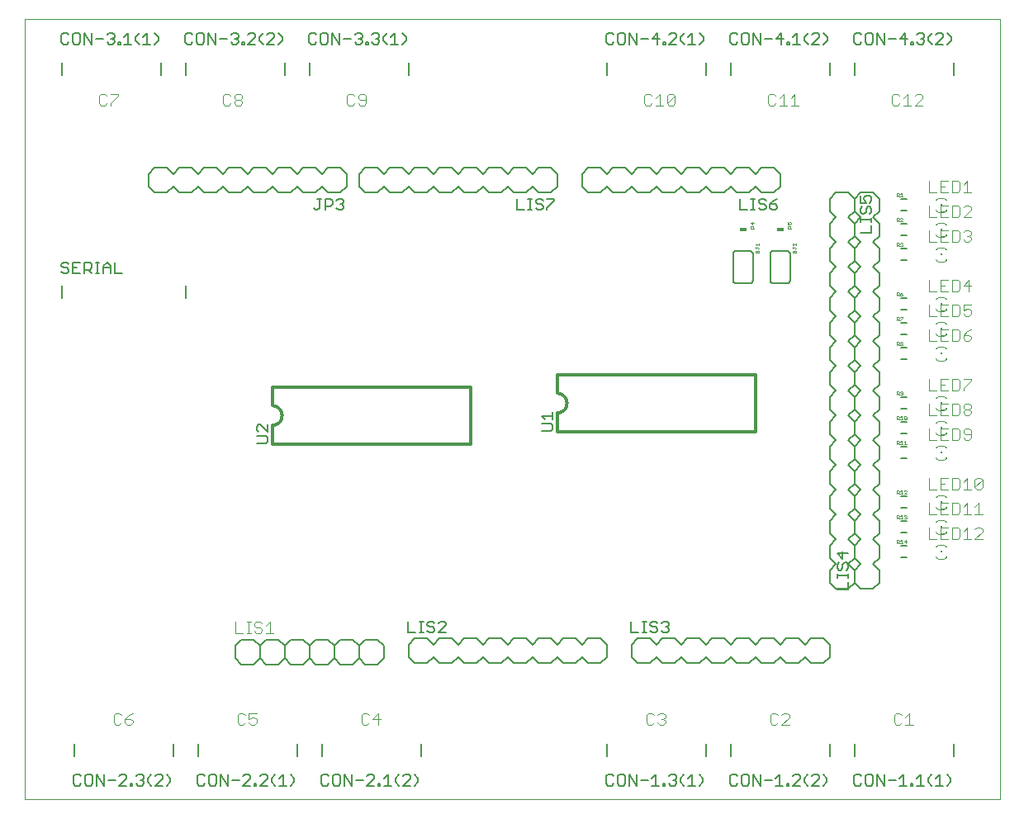
<source format=gto>
G75*
G70*
%OFA0B0*%
%FSLAX24Y24*%
%IPPOS*%
%LPD*%
%AMOC8*
5,1,8,0,0,1.08239X$1,22.5*
%
%ADD10C,0.0000*%
%ADD11C,0.0080*%
%ADD12C,0.0050*%
%ADD13C,0.0040*%
%ADD14C,0.0120*%
%ADD15C,0.0060*%
%ADD16C,0.0010*%
%ADD17R,0.0079X0.0079*%
%ADD18R,0.0059X0.0098*%
%ADD19R,0.0300X0.0180*%
%ADD20C,0.0020*%
D10*
X000180Y000180D02*
X000180Y031676D01*
X039550Y031676D01*
X039550Y000180D01*
X000180Y000180D01*
D11*
X002180Y001930D02*
X002180Y002430D01*
X006180Y002430D02*
X006180Y001930D01*
X007180Y001930D02*
X007180Y002430D01*
X008930Y005630D02*
X008680Y005880D01*
X008680Y006380D01*
X008930Y006630D01*
X009430Y006630D01*
X009680Y006380D01*
X009680Y005880D01*
X009430Y005630D01*
X008930Y005630D01*
X009680Y005880D02*
X009930Y005630D01*
X010430Y005630D01*
X010680Y005880D01*
X010680Y006380D01*
X010930Y006630D01*
X011430Y006630D01*
X011680Y006380D01*
X011680Y005880D01*
X011430Y005630D01*
X010930Y005630D01*
X010680Y005880D01*
X010680Y006380D02*
X010430Y006630D01*
X009930Y006630D01*
X009680Y006380D01*
X011680Y006380D02*
X011930Y006630D01*
X012430Y006630D01*
X012680Y006380D01*
X012680Y005880D01*
X012430Y005630D01*
X011930Y005630D01*
X011680Y005880D01*
X012680Y005880D02*
X012930Y005630D01*
X013430Y005630D01*
X013680Y005880D01*
X013680Y006380D01*
X013930Y006630D01*
X014430Y006630D01*
X014680Y006380D01*
X014680Y005880D01*
X014430Y005630D01*
X013930Y005630D01*
X013680Y005880D01*
X013680Y006380D02*
X013430Y006630D01*
X012930Y006630D01*
X012680Y006380D01*
X015680Y006430D02*
X015680Y005930D01*
X015930Y005680D01*
X016430Y005680D01*
X016680Y005930D01*
X016930Y005680D01*
X017430Y005680D01*
X017680Y005930D01*
X017930Y005680D01*
X018430Y005680D01*
X018680Y005930D01*
X018930Y005680D01*
X019430Y005680D01*
X019680Y005930D01*
X019930Y005680D01*
X020430Y005680D01*
X020680Y005930D01*
X020930Y005680D01*
X021430Y005680D01*
X021680Y005930D01*
X021930Y005680D01*
X022430Y005680D01*
X022680Y005930D01*
X022930Y005680D01*
X023430Y005680D01*
X023680Y005930D01*
X023680Y006430D01*
X023430Y006680D01*
X022930Y006680D01*
X022680Y006430D01*
X022430Y006680D01*
X021930Y006680D01*
X021680Y006430D01*
X021430Y006680D01*
X020930Y006680D01*
X020680Y006430D01*
X020430Y006680D01*
X019930Y006680D01*
X019680Y006430D01*
X019430Y006680D01*
X018930Y006680D01*
X018680Y006430D01*
X018430Y006680D01*
X017930Y006680D01*
X017680Y006430D01*
X017430Y006680D01*
X016930Y006680D01*
X016680Y006430D01*
X016430Y006680D01*
X015930Y006680D01*
X015680Y006430D01*
X016180Y002430D02*
X016180Y001930D01*
X012180Y001930D02*
X012180Y002430D01*
X011180Y002430D02*
X011180Y001930D01*
X023680Y001930D02*
X023680Y002430D01*
X024930Y005680D02*
X025430Y005680D01*
X025680Y005930D01*
X025930Y005680D01*
X026430Y005680D01*
X026680Y005930D01*
X026930Y005680D01*
X027430Y005680D01*
X027680Y005930D01*
X027930Y005680D01*
X028430Y005680D01*
X028680Y005930D01*
X028930Y005680D01*
X029430Y005680D01*
X029680Y005930D01*
X029930Y005680D01*
X030430Y005680D01*
X030680Y005930D01*
X030930Y005680D01*
X031430Y005680D01*
X031680Y005930D01*
X031930Y005680D01*
X032430Y005680D01*
X032680Y005930D01*
X032680Y006430D01*
X032430Y006680D01*
X031930Y006680D01*
X031680Y006430D01*
X031430Y006680D01*
X030930Y006680D01*
X030680Y006430D01*
X030430Y006680D01*
X029930Y006680D01*
X029680Y006430D01*
X029430Y006680D01*
X028930Y006680D01*
X028680Y006430D01*
X028430Y006680D01*
X027930Y006680D01*
X027680Y006430D01*
X027430Y006680D01*
X026930Y006680D01*
X026680Y006430D01*
X026430Y006680D01*
X025930Y006680D01*
X025680Y006430D01*
X025430Y006680D01*
X024930Y006680D01*
X024680Y006430D01*
X024680Y005930D01*
X024930Y005680D01*
X027680Y002430D02*
X027680Y001930D01*
X028680Y001930D02*
X028680Y002430D01*
X032680Y002430D02*
X032680Y001930D01*
X033680Y001930D02*
X033680Y002430D01*
X037680Y002430D02*
X037680Y001930D01*
X034430Y008680D02*
X033930Y008680D01*
X033680Y008930D01*
X033430Y008680D01*
X032930Y008680D01*
X032680Y008930D01*
X032680Y009430D01*
X032930Y009680D01*
X032680Y009930D01*
X032680Y010430D01*
X032930Y010680D01*
X032680Y010930D01*
X032680Y011430D01*
X032930Y011680D01*
X032680Y011930D01*
X032680Y012430D01*
X032930Y012680D01*
X032680Y012930D01*
X032680Y013430D01*
X032930Y013680D01*
X032680Y013930D01*
X032680Y014430D01*
X032930Y014680D01*
X032680Y014930D01*
X032680Y015430D01*
X032930Y015680D01*
X032680Y015930D01*
X032680Y016430D01*
X032930Y016680D01*
X032680Y016930D01*
X032680Y017430D01*
X032930Y017680D01*
X032680Y017930D01*
X032680Y018430D01*
X032930Y018680D01*
X032680Y018930D01*
X032680Y019430D01*
X032930Y019680D01*
X032680Y019930D01*
X032680Y020430D01*
X032930Y020680D01*
X032680Y020930D01*
X032680Y021430D01*
X032930Y021680D01*
X032680Y021930D01*
X032680Y022430D01*
X032930Y022680D01*
X032680Y022930D01*
X032680Y023430D01*
X032930Y023680D01*
X032680Y023930D01*
X032680Y024430D01*
X032930Y024680D01*
X033430Y024680D01*
X033680Y024430D01*
X033680Y023930D01*
X033430Y023680D01*
X033680Y023430D01*
X033680Y022930D01*
X033430Y022680D01*
X033680Y022430D01*
X033680Y021930D01*
X033430Y021680D01*
X033680Y021430D01*
X033680Y020930D01*
X033430Y020680D01*
X033680Y020430D01*
X033680Y019930D01*
X033430Y019680D01*
X033680Y019430D01*
X033680Y018930D01*
X033430Y018680D01*
X033680Y018430D01*
X033680Y017930D01*
X033430Y017680D01*
X033680Y017430D01*
X033680Y016930D01*
X033430Y016680D01*
X033680Y016430D01*
X033680Y015930D01*
X033430Y015680D01*
X033680Y015430D01*
X033680Y014930D01*
X033430Y014680D01*
X033680Y014430D01*
X033680Y013930D01*
X033430Y013680D01*
X033680Y013430D01*
X033680Y012930D01*
X033430Y012680D01*
X033680Y012430D01*
X033680Y011930D01*
X033430Y011680D01*
X033680Y011430D01*
X033680Y010930D01*
X033430Y010680D01*
X033680Y010430D01*
X033680Y009930D01*
X033430Y009680D01*
X033680Y009430D01*
X033680Y008930D01*
X033680Y009430D01*
X033930Y009680D01*
X033680Y009930D01*
X033680Y010430D01*
X033930Y010680D01*
X033680Y010930D01*
X033680Y011430D01*
X033930Y011680D01*
X033680Y011930D01*
X033680Y012430D01*
X033930Y012680D01*
X033680Y012930D01*
X033680Y013430D01*
X033930Y013680D01*
X033680Y013930D01*
X033680Y014430D01*
X033930Y014680D01*
X033680Y014930D01*
X033680Y015430D01*
X033930Y015680D01*
X033680Y015930D01*
X033680Y016430D01*
X033930Y016680D01*
X033680Y016930D01*
X033680Y017430D01*
X033930Y017680D01*
X033680Y017930D01*
X033680Y018430D01*
X033930Y018680D01*
X033680Y018930D01*
X033680Y019430D01*
X033930Y019680D01*
X033680Y019930D01*
X033680Y020430D01*
X033930Y020680D01*
X033680Y020930D01*
X033680Y021430D01*
X033930Y021680D01*
X033680Y021930D01*
X033680Y022430D01*
X033930Y022680D01*
X033680Y022930D01*
X033680Y023430D01*
X033930Y023680D01*
X033680Y023930D01*
X033680Y024430D01*
X033930Y024680D01*
X034430Y024680D01*
X034680Y024430D01*
X034680Y023930D01*
X034430Y023680D01*
X034680Y023430D01*
X034680Y022930D01*
X034430Y022680D01*
X034680Y022430D01*
X034680Y021930D01*
X034430Y021680D01*
X034680Y021430D01*
X034680Y020930D01*
X034430Y020680D01*
X034680Y020430D01*
X034680Y019930D01*
X034430Y019680D01*
X034680Y019430D01*
X034680Y018930D01*
X034430Y018680D01*
X034680Y018430D01*
X034680Y017930D01*
X034430Y017680D01*
X034680Y017430D01*
X034680Y016930D01*
X034430Y016680D01*
X034680Y016430D01*
X034680Y015930D01*
X034430Y015680D01*
X034680Y015430D01*
X034680Y014930D01*
X034430Y014680D01*
X034680Y014430D01*
X034680Y013930D01*
X034430Y013680D01*
X034680Y013430D01*
X034680Y012930D01*
X034430Y012680D01*
X034680Y012430D01*
X034680Y011930D01*
X034430Y011680D01*
X034680Y011430D01*
X034680Y010930D01*
X034430Y010680D01*
X034680Y010430D01*
X034680Y009930D01*
X034430Y009680D01*
X034680Y009430D01*
X034680Y008930D01*
X034430Y008680D01*
X030430Y024680D02*
X029930Y024680D01*
X029680Y024930D01*
X029430Y024680D01*
X028930Y024680D01*
X028680Y024930D01*
X028430Y024680D01*
X027930Y024680D01*
X027680Y024930D01*
X027430Y024680D01*
X026930Y024680D01*
X026680Y024930D01*
X026430Y024680D01*
X025930Y024680D01*
X025680Y024930D01*
X025430Y024680D01*
X024930Y024680D01*
X024680Y024930D01*
X024430Y024680D01*
X023930Y024680D01*
X023680Y024930D01*
X023430Y024680D01*
X022930Y024680D01*
X022680Y024930D01*
X022680Y025430D01*
X022930Y025680D01*
X023430Y025680D01*
X023680Y025430D01*
X023930Y025680D01*
X024430Y025680D01*
X024680Y025430D01*
X024930Y025680D01*
X025430Y025680D01*
X025680Y025430D01*
X025930Y025680D01*
X026430Y025680D01*
X026680Y025430D01*
X026930Y025680D01*
X027430Y025680D01*
X027680Y025430D01*
X027930Y025680D01*
X028430Y025680D01*
X028680Y025430D01*
X028930Y025680D01*
X029430Y025680D01*
X029680Y025430D01*
X029930Y025680D01*
X030430Y025680D01*
X030680Y025430D01*
X030680Y024930D01*
X030430Y024680D01*
X028680Y029430D02*
X028680Y029930D01*
X027680Y029930D02*
X027680Y029430D01*
X023680Y029430D02*
X023680Y029930D01*
X021430Y025680D02*
X020930Y025680D01*
X020680Y025430D01*
X020430Y025680D01*
X019930Y025680D01*
X019680Y025430D01*
X019430Y025680D01*
X018930Y025680D01*
X018680Y025430D01*
X018430Y025680D01*
X017930Y025680D01*
X017680Y025430D01*
X017430Y025680D01*
X016930Y025680D01*
X016680Y025430D01*
X016430Y025680D01*
X015930Y025680D01*
X015680Y025430D01*
X015430Y025680D01*
X014930Y025680D01*
X014680Y025430D01*
X014430Y025680D01*
X013930Y025680D01*
X013680Y025430D01*
X013680Y024930D01*
X013930Y024680D01*
X014430Y024680D01*
X014680Y024930D01*
X014930Y024680D01*
X015430Y024680D01*
X015680Y024930D01*
X015930Y024680D01*
X016430Y024680D01*
X016680Y024930D01*
X016930Y024680D01*
X017430Y024680D01*
X017680Y024930D01*
X017930Y024680D01*
X018430Y024680D01*
X018680Y024930D01*
X018930Y024680D01*
X019430Y024680D01*
X019680Y024930D01*
X019930Y024680D01*
X020430Y024680D01*
X020680Y024930D01*
X020930Y024680D01*
X021430Y024680D01*
X021680Y024930D01*
X021680Y025430D01*
X021430Y025680D01*
X015680Y029430D02*
X015680Y029930D01*
X011680Y029930D02*
X011680Y029430D01*
X010680Y029430D02*
X010680Y029930D01*
X006680Y029930D02*
X006680Y029430D01*
X005680Y029430D02*
X005680Y029930D01*
X001680Y029930D02*
X001680Y029430D01*
X005430Y025680D02*
X005930Y025680D01*
X006180Y025430D01*
X006430Y025680D01*
X006930Y025680D01*
X007180Y025430D01*
X007430Y025680D01*
X007930Y025680D01*
X008180Y025430D01*
X008430Y025680D01*
X008930Y025680D01*
X009180Y025430D01*
X009430Y025680D01*
X009930Y025680D01*
X010180Y025430D01*
X010430Y025680D01*
X010930Y025680D01*
X011180Y025430D01*
X011430Y025680D01*
X011930Y025680D01*
X012180Y025430D01*
X012430Y025680D01*
X012930Y025680D01*
X013180Y025430D01*
X013180Y024930D01*
X012930Y024680D01*
X012430Y024680D01*
X012180Y024930D01*
X011930Y024680D01*
X011430Y024680D01*
X011180Y024930D01*
X010930Y024680D01*
X010430Y024680D01*
X010180Y024930D01*
X009930Y024680D01*
X009430Y024680D01*
X009180Y024930D01*
X008930Y024680D01*
X008430Y024680D01*
X008180Y024930D01*
X007930Y024680D01*
X007430Y024680D01*
X007180Y024930D01*
X006930Y024680D01*
X006430Y024680D01*
X006180Y024930D01*
X005930Y024680D01*
X005430Y024680D01*
X005180Y024930D01*
X005180Y025430D01*
X005430Y025680D01*
X006680Y020930D02*
X006680Y020430D01*
X001680Y020430D02*
X001680Y020930D01*
X032680Y029430D02*
X032680Y029930D01*
X033680Y029930D02*
X033680Y029430D01*
X037680Y029430D02*
X037680Y029930D01*
D12*
X037435Y030675D02*
X037585Y030825D01*
X037585Y030975D01*
X037435Y031125D01*
X037275Y031050D02*
X037200Y031125D01*
X037050Y031125D01*
X036974Y031050D01*
X036818Y031125D02*
X036668Y030975D01*
X036668Y030825D01*
X036818Y030675D01*
X036974Y030675D02*
X037275Y030975D01*
X037275Y031050D01*
X037275Y030675D02*
X036974Y030675D01*
X036507Y030750D02*
X036432Y030675D01*
X036282Y030675D01*
X036207Y030750D01*
X036052Y030750D02*
X036052Y030675D01*
X035977Y030675D01*
X035977Y030750D01*
X036052Y030750D01*
X035817Y030900D02*
X035517Y030900D01*
X035742Y031125D01*
X035742Y030675D01*
X035356Y030900D02*
X035056Y030900D01*
X034896Y030675D02*
X034896Y031125D01*
X034596Y031125D02*
X034596Y030675D01*
X034436Y030750D02*
X034436Y031050D01*
X034361Y031125D01*
X034210Y031125D01*
X034135Y031050D01*
X034135Y030750D01*
X034210Y030675D01*
X034361Y030675D01*
X034436Y030750D01*
X034596Y031125D02*
X034896Y030675D01*
X033975Y030750D02*
X033900Y030675D01*
X033750Y030675D01*
X033675Y030750D01*
X033675Y031050D01*
X033750Y031125D01*
X033900Y031125D01*
X033975Y031050D01*
X032585Y030975D02*
X032585Y030825D01*
X032435Y030675D01*
X032275Y030675D02*
X031974Y030675D01*
X032275Y030975D01*
X032275Y031050D01*
X032200Y031125D01*
X032050Y031125D01*
X031974Y031050D01*
X031818Y031125D02*
X031668Y030975D01*
X031668Y030825D01*
X031818Y030675D01*
X031507Y030675D02*
X031207Y030675D01*
X031357Y030675D02*
X031357Y031125D01*
X031207Y030975D01*
X031052Y030750D02*
X031052Y030675D01*
X030977Y030675D01*
X030977Y030750D01*
X031052Y030750D01*
X030817Y030900D02*
X030517Y030900D01*
X030742Y031125D01*
X030742Y030675D01*
X030356Y030900D02*
X030056Y030900D01*
X029896Y030675D02*
X029896Y031125D01*
X029596Y031125D02*
X029596Y030675D01*
X029436Y030750D02*
X029436Y031050D01*
X029361Y031125D01*
X029210Y031125D01*
X029135Y031050D01*
X029135Y030750D01*
X029210Y030675D01*
X029361Y030675D01*
X029436Y030750D01*
X029596Y031125D02*
X029896Y030675D01*
X028975Y030750D02*
X028900Y030675D01*
X028750Y030675D01*
X028675Y030750D01*
X028675Y031050D01*
X028750Y031125D01*
X028900Y031125D01*
X028975Y031050D01*
X027585Y030975D02*
X027585Y030825D01*
X027435Y030675D01*
X027275Y030675D02*
X026974Y030675D01*
X027125Y030675D02*
X027125Y031125D01*
X026974Y030975D01*
X026818Y031125D02*
X026668Y030975D01*
X026668Y030825D01*
X026818Y030675D01*
X026507Y030675D02*
X026207Y030675D01*
X026507Y030975D01*
X026507Y031050D01*
X026432Y031125D01*
X026282Y031125D01*
X026207Y031050D01*
X026052Y030750D02*
X026052Y030675D01*
X025977Y030675D01*
X025977Y030750D01*
X026052Y030750D01*
X025817Y030900D02*
X025517Y030900D01*
X025742Y031125D01*
X025742Y030675D01*
X025356Y030900D02*
X025056Y030900D01*
X024896Y030675D02*
X024896Y031125D01*
X024596Y031125D02*
X024596Y030675D01*
X024436Y030750D02*
X024436Y031050D01*
X024361Y031125D01*
X024210Y031125D01*
X024135Y031050D01*
X024135Y030750D01*
X024210Y030675D01*
X024361Y030675D01*
X024436Y030750D01*
X024596Y031125D02*
X024896Y030675D01*
X023975Y030750D02*
X023900Y030675D01*
X023750Y030675D01*
X023675Y030750D01*
X023675Y031050D01*
X023750Y031125D01*
X023900Y031125D01*
X023975Y031050D01*
X027435Y031125D02*
X027585Y030975D01*
X032435Y031125D02*
X032585Y030975D01*
X036207Y031050D02*
X036282Y031125D01*
X036432Y031125D01*
X036507Y031050D01*
X036507Y030975D01*
X036432Y030900D01*
X036507Y030825D01*
X036507Y030750D01*
X036432Y030900D02*
X036357Y030900D01*
X034300Y024575D02*
X034150Y024575D01*
X034075Y024500D01*
X034075Y024425D01*
X034150Y024275D01*
X033925Y024275D01*
X033925Y024575D01*
X034300Y024575D02*
X034375Y024500D01*
X034375Y024350D01*
X034300Y024275D01*
X034300Y024114D02*
X034225Y024114D01*
X034150Y024039D01*
X034150Y023889D01*
X034075Y023814D01*
X034000Y023814D01*
X033925Y023889D01*
X033925Y024039D01*
X034000Y024114D01*
X034300Y024114D02*
X034375Y024039D01*
X034375Y023889D01*
X034300Y023814D01*
X034375Y023657D02*
X034375Y023507D01*
X034375Y023582D02*
X033925Y023582D01*
X033925Y023507D02*
X033925Y023657D01*
X034375Y023347D02*
X034375Y023047D01*
X033925Y023047D01*
X030575Y024060D02*
X030575Y024135D01*
X030500Y024210D01*
X030275Y024210D01*
X030275Y024060D01*
X030350Y023985D01*
X030500Y023985D01*
X030575Y024060D01*
X030425Y024360D02*
X030275Y024210D01*
X030114Y024135D02*
X030114Y024060D01*
X030039Y023985D01*
X029889Y023985D01*
X029814Y024060D01*
X029889Y024210D02*
X030039Y024210D01*
X030114Y024135D01*
X030114Y024360D02*
X030039Y024435D01*
X029889Y024435D01*
X029814Y024360D01*
X029814Y024285D01*
X029889Y024210D01*
X029657Y023985D02*
X029507Y023985D01*
X029582Y023985D02*
X029582Y024435D01*
X029507Y024435D02*
X029657Y024435D01*
X029347Y023985D02*
X029047Y023985D01*
X029047Y024435D01*
X030425Y024360D02*
X030575Y024435D01*
X021575Y024435D02*
X021575Y024360D01*
X021275Y024060D01*
X021275Y023985D01*
X021114Y024060D02*
X021039Y023985D01*
X020889Y023985D01*
X020814Y024060D01*
X020889Y024210D02*
X021039Y024210D01*
X021114Y024135D01*
X021114Y024060D01*
X020889Y024210D02*
X020814Y024285D01*
X020814Y024360D01*
X020889Y024435D01*
X021039Y024435D01*
X021114Y024360D01*
X021275Y024435D02*
X021575Y024435D01*
X020657Y024435D02*
X020507Y024435D01*
X020582Y024435D02*
X020582Y023985D01*
X020507Y023985D02*
X020657Y023985D01*
X020347Y023985D02*
X020047Y023985D01*
X020047Y024435D01*
X013075Y024360D02*
X013075Y024285D01*
X013000Y024210D01*
X013075Y024135D01*
X013075Y024060D01*
X013000Y023985D01*
X012850Y023985D01*
X012775Y024060D01*
X012925Y024210D02*
X013000Y024210D01*
X013075Y024360D02*
X013000Y024435D01*
X012850Y024435D01*
X012775Y024360D01*
X012614Y024360D02*
X012614Y024210D01*
X012539Y024135D01*
X012314Y024135D01*
X012314Y023985D02*
X012314Y024435D01*
X012539Y024435D01*
X012614Y024360D01*
X012154Y024435D02*
X012004Y024435D01*
X012079Y024435D02*
X012079Y024060D01*
X012004Y023985D01*
X011929Y023985D01*
X011854Y024060D01*
X004124Y021425D02*
X003823Y021425D01*
X003823Y021875D01*
X003663Y021725D02*
X003663Y021425D01*
X003663Y021650D02*
X003363Y021650D01*
X003363Y021725D02*
X003363Y021425D01*
X003206Y021425D02*
X003056Y021425D01*
X003131Y021425D02*
X003131Y021875D01*
X003056Y021875D02*
X003206Y021875D01*
X003363Y021725D02*
X003513Y021875D01*
X003663Y021725D01*
X002896Y021650D02*
X002821Y021575D01*
X002596Y021575D01*
X002746Y021575D02*
X002896Y021425D01*
X002896Y021650D02*
X002896Y021800D01*
X002821Y021875D01*
X002596Y021875D01*
X002596Y021425D01*
X002436Y021425D02*
X002135Y021425D01*
X002135Y021875D01*
X002436Y021875D01*
X002286Y021650D02*
X002135Y021650D01*
X001975Y021575D02*
X001975Y021500D01*
X001900Y021425D01*
X001750Y021425D01*
X001675Y021500D01*
X001750Y021650D02*
X001900Y021650D01*
X001975Y021575D01*
X001975Y021800D02*
X001900Y021875D01*
X001750Y021875D01*
X001675Y021800D01*
X001675Y021725D01*
X001750Y021650D01*
X009555Y015241D02*
X009555Y015090D01*
X009630Y015015D01*
X009555Y014855D02*
X009930Y014855D01*
X010005Y014780D01*
X010005Y014630D01*
X009930Y014555D01*
X009555Y014555D01*
X010005Y015015D02*
X009705Y015316D01*
X009630Y015316D01*
X009555Y015241D01*
X010005Y015316D02*
X010005Y015015D01*
X015675Y007375D02*
X015675Y006925D01*
X015975Y006925D01*
X016135Y006925D02*
X016286Y006925D01*
X016210Y006925D02*
X016210Y007375D01*
X016135Y007375D02*
X016286Y007375D01*
X016442Y007300D02*
X016442Y007225D01*
X016517Y007150D01*
X016668Y007150D01*
X016743Y007075D01*
X016743Y007000D01*
X016668Y006925D01*
X016517Y006925D01*
X016442Y007000D01*
X016442Y007300D02*
X016517Y007375D01*
X016668Y007375D01*
X016743Y007300D01*
X016903Y007300D02*
X016978Y007375D01*
X017128Y007375D01*
X017203Y007300D01*
X017203Y007225D01*
X016903Y006925D01*
X017203Y006925D01*
X015928Y001185D02*
X016078Y001035D01*
X016078Y000885D01*
X015928Y000735D01*
X015768Y000735D02*
X015468Y000735D01*
X015768Y001035D01*
X015768Y001110D01*
X015693Y001185D01*
X015543Y001185D01*
X015468Y001110D01*
X015311Y001185D02*
X015161Y001035D01*
X015161Y000885D01*
X015311Y000735D01*
X015001Y000735D02*
X014700Y000735D01*
X014850Y000735D02*
X014850Y001185D01*
X014700Y001035D01*
X014545Y000810D02*
X014545Y000735D01*
X014470Y000735D01*
X014470Y000810D01*
X014545Y000810D01*
X014310Y000735D02*
X014010Y000735D01*
X014310Y001035D01*
X014310Y001110D01*
X014235Y001185D01*
X014085Y001185D01*
X014010Y001110D01*
X013850Y000960D02*
X013549Y000960D01*
X013389Y000735D02*
X013389Y001185D01*
X013089Y001185D02*
X013089Y000735D01*
X012929Y000810D02*
X012929Y001110D01*
X012854Y001185D01*
X012704Y001185D01*
X012629Y001110D01*
X012629Y000810D01*
X012704Y000735D01*
X012854Y000735D01*
X012929Y000810D01*
X013089Y001185D02*
X013389Y000735D01*
X012468Y000810D02*
X012393Y000735D01*
X012243Y000735D01*
X012168Y000810D01*
X012168Y001110D01*
X012243Y001185D01*
X012393Y001185D01*
X012468Y001110D01*
X011078Y001035D02*
X011078Y000885D01*
X010928Y000735D01*
X010768Y000735D02*
X010468Y000735D01*
X010618Y000735D02*
X010618Y001185D01*
X010468Y001035D01*
X010311Y001185D02*
X010161Y001035D01*
X010161Y000885D01*
X010311Y000735D01*
X010001Y000735D02*
X009700Y000735D01*
X010001Y001035D01*
X010001Y001110D01*
X009926Y001185D01*
X009775Y001185D01*
X009700Y001110D01*
X009545Y000810D02*
X009545Y000735D01*
X009470Y000735D01*
X009470Y000810D01*
X009545Y000810D01*
X009310Y000735D02*
X009010Y000735D01*
X009310Y001035D01*
X009310Y001110D01*
X009235Y001185D01*
X009085Y001185D01*
X009010Y001110D01*
X008850Y000960D02*
X008549Y000960D01*
X008389Y000735D02*
X008389Y001185D01*
X008089Y001185D02*
X008089Y000735D01*
X007929Y000810D02*
X007929Y001110D01*
X007854Y001185D01*
X007704Y001185D01*
X007629Y001110D01*
X007629Y000810D01*
X007704Y000735D01*
X007854Y000735D01*
X007929Y000810D01*
X008089Y001185D02*
X008389Y000735D01*
X007468Y000810D02*
X007393Y000735D01*
X007243Y000735D01*
X007168Y000810D01*
X007168Y001110D01*
X007243Y001185D01*
X007393Y001185D01*
X007468Y001110D01*
X006078Y001035D02*
X006078Y000885D01*
X005928Y000735D01*
X005768Y000735D02*
X005468Y000735D01*
X005768Y001035D01*
X005768Y001110D01*
X005693Y001185D01*
X005543Y001185D01*
X005468Y001110D01*
X005311Y001185D02*
X005161Y001035D01*
X005161Y000885D01*
X005311Y000735D01*
X005001Y000810D02*
X004926Y000735D01*
X004775Y000735D01*
X004700Y000810D01*
X004545Y000810D02*
X004545Y000735D01*
X004470Y000735D01*
X004470Y000810D01*
X004545Y000810D01*
X004310Y000735D02*
X004010Y000735D01*
X004310Y001035D01*
X004310Y001110D01*
X004235Y001185D01*
X004085Y001185D01*
X004010Y001110D01*
X003850Y000960D02*
X003549Y000960D01*
X003389Y000735D02*
X003389Y001185D01*
X003089Y001185D02*
X003089Y000735D01*
X002929Y000810D02*
X002929Y001110D01*
X002854Y001185D01*
X002704Y001185D01*
X002629Y001110D01*
X002629Y000810D01*
X002704Y000735D01*
X002854Y000735D01*
X002929Y000810D01*
X003089Y001185D02*
X003389Y000735D01*
X002468Y000810D02*
X002393Y000735D01*
X002243Y000735D01*
X002168Y000810D01*
X002168Y001110D01*
X002243Y001185D01*
X002393Y001185D01*
X002468Y001110D01*
X004700Y001110D02*
X004775Y001185D01*
X004926Y001185D01*
X005001Y001110D01*
X005001Y001035D01*
X004926Y000960D01*
X005001Y000885D01*
X005001Y000810D01*
X004926Y000960D02*
X004850Y000960D01*
X005928Y001185D02*
X006078Y001035D01*
X010928Y001185D02*
X011078Y001035D01*
X023668Y001110D02*
X023668Y000810D01*
X023743Y000735D01*
X023893Y000735D01*
X023968Y000810D01*
X024129Y000810D02*
X024204Y000735D01*
X024354Y000735D01*
X024429Y000810D01*
X024429Y001110D01*
X024354Y001185D01*
X024204Y001185D01*
X024129Y001110D01*
X024129Y000810D01*
X023968Y001110D02*
X023893Y001185D01*
X023743Y001185D01*
X023668Y001110D01*
X024589Y001185D02*
X024589Y000735D01*
X024889Y000735D02*
X024589Y001185D01*
X024889Y001185D02*
X024889Y000735D01*
X025049Y000960D02*
X025350Y000960D01*
X025510Y001035D02*
X025660Y001185D01*
X025660Y000735D01*
X025510Y000735D02*
X025810Y000735D01*
X025970Y000735D02*
X026045Y000735D01*
X026045Y000810D01*
X025970Y000810D01*
X025970Y000735D01*
X026200Y000810D02*
X026275Y000735D01*
X026426Y000735D01*
X026501Y000810D01*
X026501Y000885D01*
X026426Y000960D01*
X026350Y000960D01*
X026426Y000960D02*
X026501Y001035D01*
X026501Y001110D01*
X026426Y001185D01*
X026275Y001185D01*
X026200Y001110D01*
X026661Y001035D02*
X026661Y000885D01*
X026811Y000735D01*
X026968Y000735D02*
X027268Y000735D01*
X027118Y000735D02*
X027118Y001185D01*
X026968Y001035D01*
X026811Y001185D02*
X026661Y001035D01*
X027428Y001185D02*
X027578Y001035D01*
X027578Y000885D01*
X027428Y000735D01*
X028668Y000810D02*
X028743Y000735D01*
X028893Y000735D01*
X028968Y000810D01*
X029129Y000810D02*
X029129Y001110D01*
X029204Y001185D01*
X029354Y001185D01*
X029429Y001110D01*
X029429Y000810D01*
X029354Y000735D01*
X029204Y000735D01*
X029129Y000810D01*
X028968Y001110D02*
X028893Y001185D01*
X028743Y001185D01*
X028668Y001110D01*
X028668Y000810D01*
X029589Y000735D02*
X029589Y001185D01*
X029889Y000735D01*
X029889Y001185D01*
X030049Y000960D02*
X030350Y000960D01*
X030510Y001035D02*
X030660Y001185D01*
X030660Y000735D01*
X030510Y000735D02*
X030810Y000735D01*
X030970Y000735D02*
X031045Y000735D01*
X031045Y000810D01*
X030970Y000810D01*
X030970Y000735D01*
X031200Y000735D02*
X031501Y001035D01*
X031501Y001110D01*
X031426Y001185D01*
X031275Y001185D01*
X031200Y001110D01*
X031200Y000735D02*
X031501Y000735D01*
X031661Y000885D02*
X031661Y001035D01*
X031811Y001185D01*
X031968Y001110D02*
X032043Y001185D01*
X032193Y001185D01*
X032268Y001110D01*
X032268Y001035D01*
X031968Y000735D01*
X032268Y000735D01*
X032428Y000735D02*
X032578Y000885D01*
X032578Y001035D01*
X032428Y001185D01*
X031811Y000735D02*
X031661Y000885D01*
X033668Y000810D02*
X033743Y000735D01*
X033893Y000735D01*
X033968Y000810D01*
X034129Y000810D02*
X034204Y000735D01*
X034354Y000735D01*
X034429Y000810D01*
X034429Y001110D01*
X034354Y001185D01*
X034204Y001185D01*
X034129Y001110D01*
X034129Y000810D01*
X033968Y001110D02*
X033893Y001185D01*
X033743Y001185D01*
X033668Y001110D01*
X033668Y000810D01*
X034589Y000735D02*
X034589Y001185D01*
X034889Y000735D01*
X034889Y001185D01*
X035049Y000960D02*
X035350Y000960D01*
X035510Y001035D02*
X035660Y001185D01*
X035660Y000735D01*
X035510Y000735D02*
X035810Y000735D01*
X035970Y000735D02*
X036045Y000735D01*
X036045Y000810D01*
X035970Y000810D01*
X035970Y000735D01*
X036200Y000735D02*
X036501Y000735D01*
X036350Y000735D02*
X036350Y001185D01*
X036200Y001035D01*
X036661Y001035D02*
X036661Y000885D01*
X036811Y000735D01*
X036968Y000735D02*
X037268Y000735D01*
X037118Y000735D02*
X037118Y001185D01*
X036968Y001035D01*
X036811Y001185D02*
X036661Y001035D01*
X037428Y001185D02*
X037578Y001035D01*
X037578Y000885D01*
X037428Y000735D01*
X033435Y008675D02*
X032985Y008675D01*
X033435Y008675D02*
X033435Y008975D01*
X033435Y009135D02*
X033435Y009286D01*
X033435Y009210D02*
X032985Y009210D01*
X032985Y009135D02*
X032985Y009286D01*
X033060Y009442D02*
X033135Y009442D01*
X033210Y009517D01*
X033210Y009668D01*
X033285Y009743D01*
X033360Y009743D01*
X033435Y009668D01*
X033435Y009517D01*
X033360Y009442D01*
X033060Y009442D02*
X032985Y009517D01*
X032985Y009668D01*
X033060Y009743D01*
X033210Y009903D02*
X032985Y010128D01*
X033435Y010128D01*
X033210Y010203D02*
X033210Y009903D01*
X026203Y007300D02*
X026203Y007225D01*
X026128Y007150D01*
X026203Y007075D01*
X026203Y007000D01*
X026128Y006925D01*
X025978Y006925D01*
X025903Y007000D01*
X025743Y007000D02*
X025668Y006925D01*
X025517Y006925D01*
X025442Y007000D01*
X025517Y007150D02*
X025442Y007225D01*
X025442Y007300D01*
X025517Y007375D01*
X025668Y007375D01*
X025743Y007300D01*
X025903Y007300D02*
X025978Y007375D01*
X026128Y007375D01*
X026203Y007300D01*
X026128Y007150D02*
X026053Y007150D01*
X025743Y007075D02*
X025743Y007000D01*
X025743Y007075D02*
X025668Y007150D01*
X025517Y007150D01*
X025286Y006925D02*
X025135Y006925D01*
X025210Y006925D02*
X025210Y007375D01*
X025135Y007375D02*
X025286Y007375D01*
X024975Y006925D02*
X024675Y006925D01*
X024675Y007375D01*
X021430Y015055D02*
X021055Y015055D01*
X021055Y015355D02*
X021430Y015355D01*
X021505Y015280D01*
X021505Y015130D01*
X021430Y015055D01*
X021505Y015515D02*
X021505Y015816D01*
X021505Y015666D02*
X021055Y015666D01*
X021205Y015515D01*
X015435Y030675D02*
X015585Y030825D01*
X015585Y030975D01*
X015435Y031125D01*
X015125Y031125D02*
X015125Y030675D01*
X015275Y030675D02*
X014974Y030675D01*
X014818Y030675D02*
X014668Y030825D01*
X014668Y030975D01*
X014818Y031125D01*
X014974Y030975D02*
X015125Y031125D01*
X014507Y031050D02*
X014507Y030975D01*
X014432Y030900D01*
X014507Y030825D01*
X014507Y030750D01*
X014432Y030675D01*
X014282Y030675D01*
X014207Y030750D01*
X014052Y030750D02*
X014052Y030675D01*
X013977Y030675D01*
X013977Y030750D01*
X014052Y030750D01*
X013817Y030750D02*
X013742Y030675D01*
X013592Y030675D01*
X013517Y030750D01*
X013667Y030900D02*
X013742Y030900D01*
X013817Y030825D01*
X013817Y030750D01*
X013742Y030900D02*
X013817Y030975D01*
X013817Y031050D01*
X013742Y031125D01*
X013592Y031125D01*
X013517Y031050D01*
X013356Y030900D02*
X013056Y030900D01*
X012896Y030675D02*
X012896Y031125D01*
X012596Y031125D02*
X012596Y030675D01*
X012436Y030750D02*
X012436Y031050D01*
X012361Y031125D01*
X012210Y031125D01*
X012135Y031050D01*
X012135Y030750D01*
X012210Y030675D01*
X012361Y030675D01*
X012436Y030750D01*
X012596Y031125D02*
X012896Y030675D01*
X011975Y030750D02*
X011900Y030675D01*
X011750Y030675D01*
X011675Y030750D01*
X011675Y031050D01*
X011750Y031125D01*
X011900Y031125D01*
X011975Y031050D01*
X010585Y030975D02*
X010585Y030825D01*
X010435Y030675D01*
X010275Y030675D02*
X009974Y030675D01*
X010275Y030975D01*
X010275Y031050D01*
X010200Y031125D01*
X010050Y031125D01*
X009974Y031050D01*
X009818Y031125D02*
X009668Y030975D01*
X009668Y030825D01*
X009818Y030675D01*
X009507Y030675D02*
X009207Y030675D01*
X009507Y030975D01*
X009507Y031050D01*
X009432Y031125D01*
X009282Y031125D01*
X009207Y031050D01*
X009052Y030750D02*
X009052Y030675D01*
X008977Y030675D01*
X008977Y030750D01*
X009052Y030750D01*
X008817Y030750D02*
X008742Y030675D01*
X008592Y030675D01*
X008517Y030750D01*
X008667Y030900D02*
X008742Y030900D01*
X008817Y030825D01*
X008817Y030750D01*
X008742Y030900D02*
X008817Y030975D01*
X008817Y031050D01*
X008742Y031125D01*
X008592Y031125D01*
X008517Y031050D01*
X008356Y030900D02*
X008056Y030900D01*
X007896Y030675D02*
X007896Y031125D01*
X007596Y031125D02*
X007896Y030675D01*
X007596Y030675D02*
X007596Y031125D01*
X007436Y031050D02*
X007436Y030750D01*
X007361Y030675D01*
X007210Y030675D01*
X007135Y030750D01*
X007135Y031050D01*
X007210Y031125D01*
X007361Y031125D01*
X007436Y031050D01*
X006975Y031050D02*
X006900Y031125D01*
X006750Y031125D01*
X006675Y031050D01*
X006675Y030750D01*
X006750Y030675D01*
X006900Y030675D01*
X006975Y030750D01*
X005585Y030825D02*
X005585Y030975D01*
X005435Y031125D01*
X005125Y031125D02*
X005125Y030675D01*
X005275Y030675D02*
X004974Y030675D01*
X004818Y030675D02*
X004668Y030825D01*
X004668Y030975D01*
X004818Y031125D01*
X004974Y030975D02*
X005125Y031125D01*
X005435Y030675D02*
X005585Y030825D01*
X004507Y030675D02*
X004207Y030675D01*
X004357Y030675D02*
X004357Y031125D01*
X004207Y030975D01*
X004052Y030750D02*
X003977Y030750D01*
X003977Y030675D01*
X004052Y030675D01*
X004052Y030750D01*
X003817Y030750D02*
X003742Y030675D01*
X003592Y030675D01*
X003517Y030750D01*
X003667Y030900D02*
X003742Y030900D01*
X003817Y030825D01*
X003817Y030750D01*
X003742Y030900D02*
X003817Y030975D01*
X003817Y031050D01*
X003742Y031125D01*
X003592Y031125D01*
X003517Y031050D01*
X003356Y030900D02*
X003056Y030900D01*
X002896Y030675D02*
X002896Y031125D01*
X002596Y031125D02*
X002596Y030675D01*
X002436Y030750D02*
X002436Y031050D01*
X002361Y031125D01*
X002210Y031125D01*
X002135Y031050D01*
X002135Y030750D01*
X002210Y030675D01*
X002361Y030675D01*
X002436Y030750D01*
X002596Y031125D02*
X002896Y030675D01*
X001975Y030750D02*
X001900Y030675D01*
X001750Y030675D01*
X001675Y030750D01*
X001675Y031050D01*
X001750Y031125D01*
X001900Y031125D01*
X001975Y031050D01*
X010435Y031125D02*
X010585Y030975D01*
X014207Y031050D02*
X014282Y031125D01*
X014432Y031125D01*
X014507Y031050D01*
X014432Y030900D02*
X014357Y030900D01*
D13*
X013891Y028660D02*
X013737Y028660D01*
X013660Y028584D01*
X013660Y028507D01*
X013737Y028430D01*
X013967Y028430D01*
X013967Y028277D02*
X013967Y028584D01*
X013891Y028660D01*
X013967Y028277D02*
X013891Y028200D01*
X013737Y028200D01*
X013660Y028277D01*
X013507Y028277D02*
X013430Y028200D01*
X013277Y028200D01*
X013200Y028277D01*
X013200Y028584D01*
X013277Y028660D01*
X013430Y028660D01*
X013507Y028584D01*
X008967Y028584D02*
X008967Y028507D01*
X008891Y028430D01*
X008737Y028430D01*
X008660Y028507D01*
X008660Y028584D01*
X008737Y028660D01*
X008891Y028660D01*
X008967Y028584D01*
X008891Y028430D02*
X008967Y028353D01*
X008967Y028277D01*
X008891Y028200D01*
X008737Y028200D01*
X008660Y028277D01*
X008660Y028353D01*
X008737Y028430D01*
X008507Y028277D02*
X008430Y028200D01*
X008277Y028200D01*
X008200Y028277D01*
X008200Y028584D01*
X008277Y028660D01*
X008430Y028660D01*
X008507Y028584D01*
X003967Y028584D02*
X003660Y028277D01*
X003660Y028200D01*
X003507Y028277D02*
X003430Y028200D01*
X003277Y028200D01*
X003200Y028277D01*
X003200Y028584D01*
X003277Y028660D01*
X003430Y028660D01*
X003507Y028584D01*
X003660Y028660D02*
X003967Y028660D01*
X003967Y028584D01*
X025200Y028584D02*
X025200Y028277D01*
X025277Y028200D01*
X025430Y028200D01*
X025507Y028277D01*
X025660Y028200D02*
X025967Y028200D01*
X025814Y028200D02*
X025814Y028660D01*
X025660Y028507D01*
X025507Y028584D02*
X025430Y028660D01*
X025277Y028660D01*
X025200Y028584D01*
X026121Y028584D02*
X026121Y028277D01*
X026428Y028584D01*
X026428Y028277D01*
X026351Y028200D01*
X026198Y028200D01*
X026121Y028277D01*
X026121Y028584D02*
X026198Y028660D01*
X026351Y028660D01*
X026428Y028584D01*
X030200Y028584D02*
X030200Y028277D01*
X030277Y028200D01*
X030430Y028200D01*
X030507Y028277D01*
X030660Y028200D02*
X030967Y028200D01*
X030814Y028200D02*
X030814Y028660D01*
X030660Y028507D01*
X030507Y028584D02*
X030430Y028660D01*
X030277Y028660D01*
X030200Y028584D01*
X031121Y028507D02*
X031274Y028660D01*
X031274Y028200D01*
X031121Y028200D02*
X031428Y028200D01*
X035200Y028277D02*
X035277Y028200D01*
X035430Y028200D01*
X035507Y028277D01*
X035660Y028200D02*
X035967Y028200D01*
X035814Y028200D02*
X035814Y028660D01*
X035660Y028507D01*
X035507Y028584D02*
X035430Y028660D01*
X035277Y028660D01*
X035200Y028584D01*
X035200Y028277D01*
X036121Y028200D02*
X036428Y028507D01*
X036428Y028584D01*
X036351Y028660D01*
X036198Y028660D01*
X036121Y028584D01*
X036121Y028200D02*
X036428Y028200D01*
X036700Y025160D02*
X036700Y024700D01*
X037007Y024700D01*
X037160Y024700D02*
X037160Y025160D01*
X037467Y025160D01*
X037621Y025160D02*
X037621Y024700D01*
X037851Y024700D01*
X037928Y024777D01*
X037928Y025084D01*
X037851Y025160D01*
X037621Y025160D01*
X037314Y024930D02*
X037160Y024930D01*
X037160Y024700D02*
X037467Y024700D01*
X037467Y024160D02*
X037160Y024160D01*
X037160Y023700D01*
X037467Y023700D01*
X037621Y023700D02*
X037621Y024160D01*
X037851Y024160D01*
X037928Y024084D01*
X037928Y023777D01*
X037851Y023700D01*
X037621Y023700D01*
X037314Y023930D02*
X037160Y023930D01*
X036963Y023983D02*
X036986Y023960D01*
X037012Y023940D01*
X037040Y023923D01*
X037069Y023909D01*
X037100Y023898D01*
X037131Y023891D01*
X037164Y023887D01*
X037196Y023887D01*
X037229Y023891D01*
X037260Y023898D01*
X037291Y023909D01*
X037320Y023923D01*
X037348Y023940D01*
X037374Y023960D01*
X037397Y023983D01*
X037397Y024377D02*
X037374Y024400D01*
X037348Y024420D01*
X037320Y024437D01*
X037291Y024451D01*
X037260Y024462D01*
X037229Y024469D01*
X037196Y024473D01*
X037164Y024473D01*
X037131Y024469D01*
X037100Y024462D01*
X037069Y024451D01*
X037040Y024437D01*
X037012Y024420D01*
X036986Y024400D01*
X036963Y024377D01*
X036700Y024160D02*
X036700Y023700D01*
X037007Y023700D01*
X036963Y023377D02*
X036986Y023400D01*
X037012Y023420D01*
X037040Y023437D01*
X037069Y023451D01*
X037100Y023462D01*
X037131Y023469D01*
X037164Y023473D01*
X037196Y023473D01*
X037229Y023469D01*
X037260Y023462D01*
X037291Y023451D01*
X037320Y023437D01*
X037348Y023420D01*
X037374Y023400D01*
X037397Y023377D01*
X037467Y023160D02*
X037160Y023160D01*
X037160Y022700D01*
X037467Y022700D01*
X037621Y022700D02*
X037621Y023160D01*
X037851Y023160D01*
X037928Y023084D01*
X037928Y022777D01*
X037851Y022700D01*
X037621Y022700D01*
X037314Y022930D02*
X037160Y022930D01*
X036963Y022983D02*
X036986Y022960D01*
X037012Y022940D01*
X037040Y022923D01*
X037069Y022909D01*
X037100Y022898D01*
X037131Y022891D01*
X037164Y022887D01*
X037196Y022887D01*
X037229Y022891D01*
X037260Y022898D01*
X037291Y022909D01*
X037320Y022923D01*
X037348Y022940D01*
X037374Y022960D01*
X037397Y022983D01*
X037007Y022700D02*
X036700Y022700D01*
X036700Y023160D01*
X036963Y022377D02*
X036986Y022400D01*
X037012Y022420D01*
X037040Y022437D01*
X037069Y022451D01*
X037100Y022462D01*
X037131Y022469D01*
X037164Y022473D01*
X037196Y022473D01*
X037229Y022469D01*
X037260Y022462D01*
X037291Y022451D01*
X037320Y022437D01*
X037348Y022420D01*
X037374Y022400D01*
X037397Y022377D01*
X037397Y021983D02*
X037374Y021960D01*
X037348Y021940D01*
X037320Y021923D01*
X037291Y021909D01*
X037260Y021898D01*
X037229Y021891D01*
X037196Y021887D01*
X037164Y021887D01*
X037131Y021891D01*
X037100Y021898D01*
X037069Y021909D01*
X037040Y021923D01*
X037012Y021940D01*
X036986Y021960D01*
X036963Y021983D01*
X037160Y021160D02*
X037160Y020700D01*
X037467Y020700D01*
X037621Y020700D02*
X037851Y020700D01*
X037928Y020777D01*
X037928Y021084D01*
X037851Y021160D01*
X037621Y021160D01*
X037621Y020700D01*
X037314Y020930D02*
X037160Y020930D01*
X037160Y021160D02*
X037467Y021160D01*
X036700Y021160D02*
X036700Y020700D01*
X037007Y020700D01*
X036963Y020377D02*
X036986Y020400D01*
X037012Y020420D01*
X037040Y020437D01*
X037069Y020451D01*
X037100Y020462D01*
X037131Y020469D01*
X037164Y020473D01*
X037196Y020473D01*
X037229Y020469D01*
X037260Y020462D01*
X037291Y020451D01*
X037320Y020437D01*
X037348Y020420D01*
X037374Y020400D01*
X037397Y020377D01*
X037467Y020160D02*
X037160Y020160D01*
X037160Y019700D01*
X037467Y019700D01*
X037621Y019700D02*
X037851Y019700D01*
X037928Y019777D01*
X037928Y020084D01*
X037851Y020160D01*
X037621Y020160D01*
X037621Y019700D01*
X037314Y019930D02*
X037160Y019930D01*
X036963Y019983D02*
X036986Y019960D01*
X037012Y019940D01*
X037040Y019923D01*
X037069Y019909D01*
X037100Y019898D01*
X037131Y019891D01*
X037164Y019887D01*
X037196Y019887D01*
X037229Y019891D01*
X037260Y019898D01*
X037291Y019909D01*
X037320Y019923D01*
X037348Y019940D01*
X037374Y019960D01*
X037397Y019983D01*
X037007Y019700D02*
X036700Y019700D01*
X036700Y020160D01*
X036700Y019160D02*
X036700Y018700D01*
X037007Y018700D01*
X037160Y018700D02*
X037467Y018700D01*
X037621Y018700D02*
X037851Y018700D01*
X037928Y018777D01*
X037928Y019084D01*
X037851Y019160D01*
X037621Y019160D01*
X037621Y018700D01*
X037314Y018930D02*
X037160Y018930D01*
X037160Y019160D02*
X037160Y018700D01*
X036963Y018377D02*
X036986Y018400D01*
X037012Y018420D01*
X037040Y018437D01*
X037069Y018451D01*
X037100Y018462D01*
X037131Y018469D01*
X037164Y018473D01*
X037196Y018473D01*
X037229Y018469D01*
X037260Y018462D01*
X037291Y018451D01*
X037320Y018437D01*
X037348Y018420D01*
X037374Y018400D01*
X037397Y018377D01*
X037397Y017983D02*
X037374Y017960D01*
X037348Y017940D01*
X037320Y017923D01*
X037291Y017909D01*
X037260Y017898D01*
X037229Y017891D01*
X037196Y017887D01*
X037164Y017887D01*
X037131Y017891D01*
X037100Y017898D01*
X037069Y017909D01*
X037040Y017923D01*
X037012Y017940D01*
X036986Y017960D01*
X036963Y017983D01*
X037160Y017160D02*
X037160Y016700D01*
X037467Y016700D01*
X037621Y016700D02*
X037621Y017160D01*
X037851Y017160D01*
X037928Y017084D01*
X037928Y016777D01*
X037851Y016700D01*
X037621Y016700D01*
X037314Y016930D02*
X037160Y016930D01*
X037160Y017160D02*
X037467Y017160D01*
X037007Y016700D02*
X036700Y016700D01*
X036700Y017160D01*
X036700Y016160D02*
X036700Y015700D01*
X037007Y015700D01*
X037160Y015700D02*
X037160Y016160D01*
X037467Y016160D01*
X037621Y016160D02*
X037621Y015700D01*
X037851Y015700D01*
X037928Y015777D01*
X037928Y016084D01*
X037851Y016160D01*
X037621Y016160D01*
X037314Y015930D02*
X037160Y015930D01*
X037160Y015700D02*
X037467Y015700D01*
X037397Y015983D02*
X037374Y015960D01*
X037348Y015940D01*
X037320Y015923D01*
X037291Y015909D01*
X037260Y015898D01*
X037229Y015891D01*
X037196Y015887D01*
X037164Y015887D01*
X037131Y015891D01*
X037100Y015898D01*
X037069Y015909D01*
X037040Y015923D01*
X037012Y015940D01*
X036986Y015960D01*
X036963Y015983D01*
X036963Y016377D02*
X036986Y016400D01*
X037012Y016420D01*
X037040Y016437D01*
X037069Y016451D01*
X037100Y016462D01*
X037131Y016469D01*
X037164Y016473D01*
X037196Y016473D01*
X037229Y016469D01*
X037260Y016462D01*
X037291Y016451D01*
X037320Y016437D01*
X037348Y016420D01*
X037374Y016400D01*
X037397Y016377D01*
X038081Y016084D02*
X038081Y016007D01*
X038158Y015930D01*
X038311Y015930D01*
X038388Y015853D01*
X038388Y015777D01*
X038311Y015700D01*
X038158Y015700D01*
X038081Y015777D01*
X038081Y015853D01*
X038158Y015930D01*
X038311Y015930D02*
X038388Y016007D01*
X038388Y016084D01*
X038311Y016160D01*
X038158Y016160D01*
X038081Y016084D01*
X038081Y016700D02*
X038081Y016777D01*
X038388Y017084D01*
X038388Y017160D01*
X038081Y017160D01*
X038158Y018700D02*
X038311Y018700D01*
X038388Y018777D01*
X038388Y018853D01*
X038311Y018930D01*
X038081Y018930D01*
X038081Y018777D01*
X038158Y018700D01*
X038081Y018930D02*
X038235Y019084D01*
X038388Y019160D01*
X038311Y019700D02*
X038158Y019700D01*
X038081Y019777D01*
X038081Y019930D02*
X038235Y020007D01*
X038311Y020007D01*
X038388Y019930D01*
X038388Y019777D01*
X038311Y019700D01*
X038081Y019930D02*
X038081Y020160D01*
X038388Y020160D01*
X038311Y020700D02*
X038311Y021160D01*
X038081Y020930D01*
X038388Y020930D01*
X037467Y019160D02*
X037160Y019160D01*
X036963Y018983D02*
X036986Y018960D01*
X037012Y018940D01*
X037040Y018923D01*
X037069Y018909D01*
X037100Y018898D01*
X037131Y018891D01*
X037164Y018887D01*
X037196Y018887D01*
X037229Y018891D01*
X037260Y018898D01*
X037291Y018909D01*
X037320Y018923D01*
X037348Y018940D01*
X037374Y018960D01*
X037397Y018983D01*
X037397Y019377D02*
X037374Y019400D01*
X037348Y019420D01*
X037320Y019437D01*
X037291Y019451D01*
X037260Y019462D01*
X037229Y019469D01*
X037196Y019473D01*
X037164Y019473D01*
X037131Y019469D01*
X037100Y019462D01*
X037069Y019451D01*
X037040Y019437D01*
X037012Y019420D01*
X036986Y019400D01*
X036963Y019377D01*
X038158Y022700D02*
X038081Y022777D01*
X038158Y022700D02*
X038311Y022700D01*
X038388Y022777D01*
X038388Y022853D01*
X038311Y022930D01*
X038235Y022930D01*
X038311Y022930D02*
X038388Y023007D01*
X038388Y023084D01*
X038311Y023160D01*
X038158Y023160D01*
X038081Y023084D01*
X038081Y023700D02*
X038388Y024007D01*
X038388Y024084D01*
X038311Y024160D01*
X038158Y024160D01*
X038081Y024084D01*
X038081Y023700D02*
X038388Y023700D01*
X038388Y024700D02*
X038081Y024700D01*
X038235Y024700D02*
X038235Y025160D01*
X038081Y025007D01*
X038158Y015160D02*
X038081Y015084D01*
X038081Y015007D01*
X038158Y014930D01*
X038388Y014930D01*
X038388Y014777D02*
X038388Y015084D01*
X038311Y015160D01*
X038158Y015160D01*
X037928Y015084D02*
X037851Y015160D01*
X037621Y015160D01*
X037621Y014700D01*
X037851Y014700D01*
X037928Y014777D01*
X037928Y015084D01*
X038081Y014777D02*
X038158Y014700D01*
X038311Y014700D01*
X038388Y014777D01*
X037467Y014700D02*
X037160Y014700D01*
X037160Y015160D01*
X037467Y015160D01*
X037314Y014930D02*
X037160Y014930D01*
X036963Y014983D02*
X036986Y014960D01*
X037012Y014940D01*
X037040Y014923D01*
X037069Y014909D01*
X037100Y014898D01*
X037131Y014891D01*
X037164Y014887D01*
X037196Y014887D01*
X037229Y014891D01*
X037260Y014898D01*
X037291Y014909D01*
X037320Y014923D01*
X037348Y014940D01*
X037374Y014960D01*
X037397Y014983D01*
X037397Y015377D02*
X037374Y015400D01*
X037348Y015420D01*
X037320Y015437D01*
X037291Y015451D01*
X037260Y015462D01*
X037229Y015469D01*
X037196Y015473D01*
X037164Y015473D01*
X037131Y015469D01*
X037100Y015462D01*
X037069Y015451D01*
X037040Y015437D01*
X037012Y015420D01*
X036986Y015400D01*
X036963Y015377D01*
X036700Y015160D02*
X036700Y014700D01*
X037007Y014700D01*
X036963Y014377D02*
X036986Y014400D01*
X037012Y014420D01*
X037040Y014437D01*
X037069Y014451D01*
X037100Y014462D01*
X037131Y014469D01*
X037164Y014473D01*
X037196Y014473D01*
X037229Y014469D01*
X037260Y014462D01*
X037291Y014451D01*
X037320Y014437D01*
X037348Y014420D01*
X037374Y014400D01*
X037397Y014377D01*
X037397Y013983D02*
X037374Y013960D01*
X037348Y013940D01*
X037320Y013923D01*
X037291Y013909D01*
X037260Y013898D01*
X037229Y013891D01*
X037196Y013887D01*
X037164Y013887D01*
X037131Y013891D01*
X037100Y013898D01*
X037069Y013909D01*
X037040Y013923D01*
X037012Y013940D01*
X036986Y013960D01*
X036963Y013983D01*
X037160Y013160D02*
X037160Y012700D01*
X037467Y012700D01*
X037621Y012700D02*
X037851Y012700D01*
X037928Y012777D01*
X037928Y013084D01*
X037851Y013160D01*
X037621Y013160D01*
X037621Y012700D01*
X037314Y012930D02*
X037160Y012930D01*
X037160Y013160D02*
X037467Y013160D01*
X036700Y013160D02*
X036700Y012700D01*
X037007Y012700D01*
X036963Y012377D02*
X036986Y012400D01*
X037012Y012420D01*
X037040Y012437D01*
X037069Y012451D01*
X037100Y012462D01*
X037131Y012469D01*
X037164Y012473D01*
X037196Y012473D01*
X037229Y012469D01*
X037260Y012462D01*
X037291Y012451D01*
X037320Y012437D01*
X037348Y012420D01*
X037374Y012400D01*
X037397Y012377D01*
X037467Y012160D02*
X037160Y012160D01*
X037160Y011700D01*
X037467Y011700D01*
X037621Y011700D02*
X037851Y011700D01*
X037928Y011777D01*
X037928Y012084D01*
X037851Y012160D01*
X037621Y012160D01*
X037621Y011700D01*
X037314Y011930D02*
X037160Y011930D01*
X036963Y011983D02*
X036986Y011960D01*
X037012Y011940D01*
X037040Y011923D01*
X037069Y011909D01*
X037100Y011898D01*
X037131Y011891D01*
X037164Y011887D01*
X037196Y011887D01*
X037229Y011891D01*
X037260Y011898D01*
X037291Y011909D01*
X037320Y011923D01*
X037348Y011940D01*
X037374Y011960D01*
X037397Y011983D01*
X037007Y011700D02*
X036700Y011700D01*
X036700Y012160D01*
X036700Y011160D02*
X036700Y010700D01*
X037007Y010700D01*
X037160Y010700D02*
X037467Y010700D01*
X037621Y010700D02*
X037851Y010700D01*
X037928Y010777D01*
X037928Y011084D01*
X037851Y011160D01*
X037621Y011160D01*
X037621Y010700D01*
X037314Y010930D02*
X037160Y010930D01*
X037160Y011160D02*
X037160Y010700D01*
X037160Y011160D02*
X037467Y011160D01*
X037397Y011377D02*
X037374Y011400D01*
X037348Y011420D01*
X037320Y011437D01*
X037291Y011451D01*
X037260Y011462D01*
X037229Y011469D01*
X037196Y011473D01*
X037164Y011473D01*
X037131Y011469D01*
X037100Y011462D01*
X037069Y011451D01*
X037040Y011437D01*
X037012Y011420D01*
X036986Y011400D01*
X036963Y011377D01*
X036963Y010983D02*
X036986Y010960D01*
X037012Y010940D01*
X037040Y010923D01*
X037069Y010909D01*
X037100Y010898D01*
X037131Y010891D01*
X037164Y010887D01*
X037196Y010887D01*
X037229Y010891D01*
X037260Y010898D01*
X037291Y010909D01*
X037320Y010923D01*
X037348Y010940D01*
X037374Y010960D01*
X037397Y010983D01*
X038081Y011007D02*
X038235Y011160D01*
X038235Y010700D01*
X038388Y010700D02*
X038081Y010700D01*
X038542Y010700D02*
X038848Y011007D01*
X038848Y011084D01*
X038772Y011160D01*
X038618Y011160D01*
X038542Y011084D01*
X038542Y010700D02*
X038848Y010700D01*
X038848Y011700D02*
X038542Y011700D01*
X038695Y011700D02*
X038695Y012160D01*
X038542Y012007D01*
X038388Y011700D02*
X038081Y011700D01*
X038235Y011700D02*
X038235Y012160D01*
X038081Y012007D01*
X038081Y012700D02*
X038388Y012700D01*
X038235Y012700D02*
X038235Y013160D01*
X038081Y013007D01*
X038542Y013084D02*
X038618Y013160D01*
X038772Y013160D01*
X038848Y013084D01*
X038542Y012777D01*
X038618Y012700D01*
X038772Y012700D01*
X038848Y012777D01*
X038848Y013084D01*
X038542Y013084D02*
X038542Y012777D01*
X037397Y010377D02*
X037374Y010400D01*
X037348Y010420D01*
X037320Y010437D01*
X037291Y010451D01*
X037260Y010462D01*
X037229Y010469D01*
X037196Y010473D01*
X037164Y010473D01*
X037131Y010469D01*
X037100Y010462D01*
X037069Y010451D01*
X037040Y010437D01*
X037012Y010420D01*
X036986Y010400D01*
X036963Y010377D01*
X036963Y009983D02*
X036986Y009960D01*
X037012Y009940D01*
X037040Y009923D01*
X037069Y009909D01*
X037100Y009898D01*
X037131Y009891D01*
X037164Y009887D01*
X037196Y009887D01*
X037229Y009891D01*
X037260Y009898D01*
X037291Y009909D01*
X037320Y009923D01*
X037348Y009940D01*
X037374Y009960D01*
X037397Y009983D01*
X035893Y003660D02*
X035740Y003507D01*
X035586Y003584D02*
X035509Y003660D01*
X035356Y003660D01*
X035279Y003584D01*
X035279Y003277D01*
X035356Y003200D01*
X035509Y003200D01*
X035586Y003277D01*
X035740Y003200D02*
X036047Y003200D01*
X035893Y003200D02*
X035893Y003660D01*
X031047Y003584D02*
X030970Y003660D01*
X030816Y003660D01*
X030740Y003584D01*
X030586Y003584D02*
X030509Y003660D01*
X030356Y003660D01*
X030279Y003584D01*
X030279Y003277D01*
X030356Y003200D01*
X030509Y003200D01*
X030586Y003277D01*
X030740Y003200D02*
X031047Y003507D01*
X031047Y003584D01*
X031047Y003200D02*
X030740Y003200D01*
X026047Y003277D02*
X025970Y003200D01*
X025816Y003200D01*
X025740Y003277D01*
X025586Y003277D02*
X025509Y003200D01*
X025356Y003200D01*
X025279Y003277D01*
X025279Y003584D01*
X025356Y003660D01*
X025509Y003660D01*
X025586Y003584D01*
X025740Y003584D02*
X025816Y003660D01*
X025970Y003660D01*
X026047Y003584D01*
X026047Y003507D01*
X025970Y003430D01*
X026047Y003353D01*
X026047Y003277D01*
X025970Y003430D02*
X025893Y003430D01*
X014547Y003430D02*
X014240Y003430D01*
X014470Y003660D01*
X014470Y003200D01*
X014086Y003277D02*
X014009Y003200D01*
X013856Y003200D01*
X013779Y003277D01*
X013779Y003584D01*
X013856Y003660D01*
X014009Y003660D01*
X014086Y003584D01*
X010235Y006900D02*
X009928Y006900D01*
X010081Y006900D02*
X010081Y007360D01*
X009928Y007207D01*
X009774Y007284D02*
X009698Y007360D01*
X009544Y007360D01*
X009467Y007284D01*
X009467Y007207D01*
X009544Y007130D01*
X009698Y007130D01*
X009774Y007053D01*
X009774Y006977D01*
X009698Y006900D01*
X009544Y006900D01*
X009467Y006977D01*
X009314Y006900D02*
X009160Y006900D01*
X009237Y006900D02*
X009237Y007360D01*
X009160Y007360D02*
X009314Y007360D01*
X009007Y006900D02*
X008700Y006900D01*
X008700Y007360D01*
X008856Y003660D02*
X008779Y003584D01*
X008779Y003277D01*
X008856Y003200D01*
X009009Y003200D01*
X009086Y003277D01*
X009240Y003277D02*
X009316Y003200D01*
X009470Y003200D01*
X009547Y003277D01*
X009547Y003430D01*
X009470Y003507D01*
X009393Y003507D01*
X009240Y003430D01*
X009240Y003660D01*
X009547Y003660D01*
X009086Y003584D02*
X009009Y003660D01*
X008856Y003660D01*
X004547Y003660D02*
X004393Y003584D01*
X004240Y003430D01*
X004470Y003430D01*
X004547Y003353D01*
X004547Y003277D01*
X004470Y003200D01*
X004316Y003200D01*
X004240Y003277D01*
X004240Y003430D01*
X004086Y003277D02*
X004009Y003200D01*
X003856Y003200D01*
X003779Y003277D01*
X003779Y003584D01*
X003856Y003660D01*
X004009Y003660D01*
X004086Y003584D01*
D14*
X010180Y014530D02*
X010180Y015280D01*
X010219Y015282D01*
X010258Y015288D01*
X010296Y015297D01*
X010333Y015310D01*
X010369Y015327D01*
X010402Y015347D01*
X010434Y015371D01*
X010463Y015397D01*
X010489Y015426D01*
X010513Y015458D01*
X010533Y015491D01*
X010550Y015527D01*
X010563Y015564D01*
X010572Y015602D01*
X010578Y015641D01*
X010580Y015680D01*
X010578Y015719D01*
X010572Y015758D01*
X010563Y015796D01*
X010550Y015833D01*
X010533Y015869D01*
X010513Y015902D01*
X010489Y015934D01*
X010463Y015963D01*
X010434Y015989D01*
X010402Y016013D01*
X010369Y016033D01*
X010333Y016050D01*
X010296Y016063D01*
X010258Y016072D01*
X010219Y016078D01*
X010180Y016080D01*
X010180Y016830D01*
X018180Y016830D01*
X018180Y014530D01*
X010180Y014530D01*
X021680Y015030D02*
X021680Y015780D01*
X021719Y015782D01*
X021758Y015788D01*
X021796Y015797D01*
X021833Y015810D01*
X021869Y015827D01*
X021902Y015847D01*
X021934Y015871D01*
X021963Y015897D01*
X021989Y015926D01*
X022013Y015958D01*
X022033Y015991D01*
X022050Y016027D01*
X022063Y016064D01*
X022072Y016102D01*
X022078Y016141D01*
X022080Y016180D01*
X022078Y016219D01*
X022072Y016258D01*
X022063Y016296D01*
X022050Y016333D01*
X022033Y016369D01*
X022013Y016402D01*
X021989Y016434D01*
X021963Y016463D01*
X021934Y016489D01*
X021902Y016513D01*
X021869Y016533D01*
X021833Y016550D01*
X021796Y016563D01*
X021758Y016572D01*
X021719Y016578D01*
X021680Y016580D01*
X021680Y017330D01*
X029680Y017330D01*
X029680Y015030D01*
X021680Y015030D01*
D15*
X028780Y021130D02*
X028780Y022230D01*
X028782Y022247D01*
X028786Y022264D01*
X028793Y022280D01*
X028803Y022294D01*
X028816Y022307D01*
X028830Y022317D01*
X028846Y022324D01*
X028863Y022328D01*
X028880Y022330D01*
X029480Y022330D01*
X029497Y022328D01*
X029514Y022324D01*
X029530Y022317D01*
X029544Y022307D01*
X029557Y022294D01*
X029567Y022280D01*
X029574Y022264D01*
X029578Y022247D01*
X029580Y022230D01*
X029580Y021130D01*
X029578Y021113D01*
X029574Y021096D01*
X029567Y021080D01*
X029557Y021066D01*
X029544Y021053D01*
X029530Y021043D01*
X029514Y021036D01*
X029497Y021032D01*
X029480Y021030D01*
X028880Y021030D01*
X028863Y021032D01*
X028846Y021036D01*
X028830Y021043D01*
X028816Y021053D01*
X028803Y021066D01*
X028793Y021080D01*
X028786Y021096D01*
X028782Y021113D01*
X028780Y021130D01*
X030280Y021130D02*
X030280Y022230D01*
X030282Y022247D01*
X030286Y022264D01*
X030293Y022280D01*
X030303Y022294D01*
X030316Y022307D01*
X030330Y022317D01*
X030346Y022324D01*
X030363Y022328D01*
X030380Y022330D01*
X030980Y022330D01*
X030997Y022328D01*
X031014Y022324D01*
X031030Y022317D01*
X031044Y022307D01*
X031057Y022294D01*
X031067Y022280D01*
X031074Y022264D01*
X031078Y022247D01*
X031080Y022230D01*
X031080Y021130D01*
X031078Y021113D01*
X031074Y021096D01*
X031067Y021080D01*
X031057Y021066D01*
X031044Y021053D01*
X031030Y021043D01*
X031014Y021036D01*
X030997Y021032D01*
X030980Y021030D01*
X030380Y021030D01*
X030363Y021032D01*
X030346Y021036D01*
X030330Y021043D01*
X030316Y021053D01*
X030303Y021066D01*
X030293Y021080D01*
X030286Y021096D01*
X030282Y021113D01*
X030280Y021130D01*
X035562Y020416D02*
X035798Y020416D01*
X035798Y019944D02*
X035562Y019944D01*
X035562Y019416D02*
X035798Y019416D01*
X035798Y018944D02*
X035562Y018944D01*
X035562Y018416D02*
X035798Y018416D01*
X035798Y017944D02*
X035562Y017944D01*
X035562Y016416D02*
X035798Y016416D01*
X035798Y015944D02*
X035562Y015944D01*
X035562Y015416D02*
X035798Y015416D01*
X035798Y014944D02*
X035562Y014944D01*
X035562Y014416D02*
X035798Y014416D01*
X035798Y013944D02*
X035562Y013944D01*
X035562Y012416D02*
X035798Y012416D01*
X035798Y011944D02*
X035562Y011944D01*
X035562Y011416D02*
X035798Y011416D01*
X035798Y010944D02*
X035562Y010944D01*
X035562Y010416D02*
X035798Y010416D01*
X035798Y009944D02*
X035562Y009944D01*
X035562Y021944D02*
X035798Y021944D01*
X035798Y022416D02*
X035562Y022416D01*
X035562Y022944D02*
X035798Y022944D01*
X035798Y023416D02*
X035562Y023416D01*
X035562Y023944D02*
X035798Y023944D01*
X035798Y024416D02*
X035562Y024416D01*
D16*
X035582Y024510D02*
X035582Y024660D01*
X035532Y024610D01*
X035485Y024585D02*
X035460Y024560D01*
X035385Y024560D01*
X035385Y024510D02*
X035385Y024660D01*
X035460Y024660D01*
X035485Y024635D01*
X035485Y024585D01*
X035435Y024560D02*
X035485Y024510D01*
X035532Y024510D02*
X035632Y024510D01*
X035607Y023660D02*
X035557Y023660D01*
X035532Y023635D01*
X035485Y023635D02*
X035485Y023585D01*
X035460Y023560D01*
X035385Y023560D01*
X035385Y023510D02*
X035385Y023660D01*
X035460Y023660D01*
X035485Y023635D01*
X035435Y023560D02*
X035485Y023510D01*
X035532Y023510D02*
X035632Y023610D01*
X035632Y023635D01*
X035607Y023660D01*
X035632Y023510D02*
X035532Y023510D01*
X035557Y022660D02*
X035607Y022660D01*
X035632Y022635D01*
X035632Y022610D01*
X035607Y022585D01*
X035632Y022560D01*
X035632Y022535D01*
X035607Y022510D01*
X035557Y022510D01*
X035532Y022535D01*
X035485Y022510D02*
X035435Y022560D01*
X035460Y022560D02*
X035385Y022560D01*
X035385Y022510D02*
X035385Y022660D01*
X035460Y022660D01*
X035485Y022635D01*
X035485Y022585D01*
X035460Y022560D01*
X035532Y022635D02*
X035557Y022660D01*
X035582Y022585D02*
X035607Y022585D01*
X035632Y020660D02*
X035582Y020635D01*
X035532Y020585D01*
X035607Y020585D01*
X035632Y020560D01*
X035632Y020535D01*
X035607Y020510D01*
X035557Y020510D01*
X035532Y020535D01*
X035532Y020585D01*
X035485Y020585D02*
X035460Y020560D01*
X035385Y020560D01*
X035385Y020510D02*
X035385Y020660D01*
X035460Y020660D01*
X035485Y020635D01*
X035485Y020585D01*
X035435Y020560D02*
X035485Y020510D01*
X035460Y019660D02*
X035485Y019635D01*
X035485Y019585D01*
X035460Y019560D01*
X035385Y019560D01*
X035385Y019510D02*
X035385Y019660D01*
X035460Y019660D01*
X035532Y019660D02*
X035632Y019660D01*
X035632Y019635D01*
X035532Y019535D01*
X035532Y019510D01*
X035485Y019510D02*
X035435Y019560D01*
X035460Y018660D02*
X035485Y018635D01*
X035485Y018585D01*
X035460Y018560D01*
X035385Y018560D01*
X035385Y018510D02*
X035385Y018660D01*
X035460Y018660D01*
X035532Y018635D02*
X035532Y018610D01*
X035557Y018585D01*
X035607Y018585D01*
X035632Y018560D01*
X035632Y018535D01*
X035607Y018510D01*
X035557Y018510D01*
X035532Y018535D01*
X035532Y018560D01*
X035557Y018585D01*
X035607Y018585D02*
X035632Y018610D01*
X035632Y018635D01*
X035607Y018660D01*
X035557Y018660D01*
X035532Y018635D01*
X035435Y018560D02*
X035485Y018510D01*
X035460Y016660D02*
X035485Y016635D01*
X035485Y016585D01*
X035460Y016560D01*
X035385Y016560D01*
X035385Y016510D02*
X035385Y016660D01*
X035460Y016660D01*
X035532Y016635D02*
X035532Y016610D01*
X035557Y016585D01*
X035632Y016585D01*
X035632Y016535D02*
X035632Y016635D01*
X035607Y016660D01*
X035557Y016660D01*
X035532Y016635D01*
X035532Y016535D02*
X035557Y016510D01*
X035607Y016510D01*
X035632Y016535D01*
X035485Y016510D02*
X035435Y016560D01*
X035460Y015660D02*
X035485Y015635D01*
X035485Y015585D01*
X035460Y015560D01*
X035385Y015560D01*
X035385Y015510D02*
X035385Y015660D01*
X035460Y015660D01*
X035532Y015610D02*
X035582Y015660D01*
X035582Y015510D01*
X035532Y015510D02*
X035632Y015510D01*
X035680Y015535D02*
X035780Y015635D01*
X035780Y015535D01*
X035755Y015510D01*
X035705Y015510D01*
X035680Y015535D01*
X035680Y015635D01*
X035705Y015660D01*
X035755Y015660D01*
X035780Y015635D01*
X035485Y015510D02*
X035435Y015560D01*
X035460Y014660D02*
X035485Y014635D01*
X035485Y014585D01*
X035460Y014560D01*
X035385Y014560D01*
X035385Y014510D02*
X035385Y014660D01*
X035460Y014660D01*
X035532Y014610D02*
X035582Y014660D01*
X035582Y014510D01*
X035532Y014510D02*
X035632Y014510D01*
X035680Y014510D02*
X035780Y014510D01*
X035730Y014510D02*
X035730Y014660D01*
X035680Y014610D01*
X035485Y014510D02*
X035435Y014560D01*
X035460Y012660D02*
X035485Y012635D01*
X035485Y012585D01*
X035460Y012560D01*
X035385Y012560D01*
X035385Y012510D02*
X035385Y012660D01*
X035460Y012660D01*
X035532Y012610D02*
X035582Y012660D01*
X035582Y012510D01*
X035532Y012510D02*
X035632Y012510D01*
X035680Y012510D02*
X035780Y012610D01*
X035780Y012635D01*
X035755Y012660D01*
X035705Y012660D01*
X035680Y012635D01*
X035680Y012510D02*
X035780Y012510D01*
X035485Y012510D02*
X035435Y012560D01*
X035460Y011660D02*
X035485Y011635D01*
X035485Y011585D01*
X035460Y011560D01*
X035385Y011560D01*
X035385Y011510D02*
X035385Y011660D01*
X035460Y011660D01*
X035532Y011610D02*
X035582Y011660D01*
X035582Y011510D01*
X035532Y011510D02*
X035632Y011510D01*
X035680Y011535D02*
X035705Y011510D01*
X035755Y011510D01*
X035780Y011535D01*
X035780Y011560D01*
X035755Y011585D01*
X035730Y011585D01*
X035755Y011585D02*
X035780Y011610D01*
X035780Y011635D01*
X035755Y011660D01*
X035705Y011660D01*
X035680Y011635D01*
X035485Y011510D02*
X035435Y011560D01*
X035460Y010660D02*
X035485Y010635D01*
X035485Y010585D01*
X035460Y010560D01*
X035385Y010560D01*
X035385Y010510D02*
X035385Y010660D01*
X035460Y010660D01*
X035532Y010610D02*
X035582Y010660D01*
X035582Y010510D01*
X035532Y010510D02*
X035632Y010510D01*
X035680Y010585D02*
X035780Y010585D01*
X035755Y010510D02*
X035755Y010660D01*
X035680Y010585D01*
X035485Y010510D02*
X035435Y010560D01*
X031135Y023240D02*
X030985Y023240D01*
X030985Y023315D01*
X031010Y023340D01*
X031060Y023340D01*
X031085Y023315D01*
X031085Y023240D01*
X031085Y023290D02*
X031135Y023340D01*
X031110Y023388D02*
X031135Y023413D01*
X031135Y023463D01*
X031110Y023488D01*
X031060Y023488D01*
X031035Y023463D01*
X031035Y023438D01*
X031060Y023388D01*
X030985Y023388D01*
X030985Y023488D01*
X029635Y023463D02*
X029485Y023463D01*
X029560Y023388D01*
X029560Y023488D01*
X029560Y023340D02*
X029585Y023315D01*
X029585Y023240D01*
X029635Y023240D02*
X029485Y023240D01*
X029485Y023315D01*
X029510Y023340D01*
X029560Y023340D01*
X029585Y023290D02*
X029635Y023340D01*
D17*
X037180Y023180D03*
X037180Y022180D03*
X037180Y020180D03*
X037180Y019180D03*
X037180Y018180D03*
X037180Y016180D03*
X037180Y015180D03*
X037180Y014180D03*
X037180Y012180D03*
X037180Y011180D03*
X037180Y010180D03*
X037180Y024180D03*
D18*
X037387Y023954D03*
X037387Y022954D03*
X037387Y021954D03*
X037387Y019954D03*
X037387Y018954D03*
X037387Y017954D03*
X037387Y015954D03*
X037387Y014954D03*
X037387Y013954D03*
X037387Y011954D03*
X037387Y010954D03*
X037387Y009954D03*
D19*
X030680Y023180D03*
X029180Y023180D03*
D20*
X029830Y022636D02*
X029830Y022543D01*
X029830Y022589D02*
X029690Y022589D01*
X029737Y022543D01*
X029690Y022489D02*
X029690Y022442D01*
X029690Y022465D02*
X029807Y022465D01*
X029830Y022442D01*
X029830Y022419D01*
X029807Y022395D01*
X029807Y022341D02*
X029830Y022318D01*
X029830Y022271D01*
X029807Y022248D01*
X029760Y022271D02*
X029760Y022318D01*
X029783Y022341D01*
X029807Y022341D01*
X029760Y022271D02*
X029737Y022248D01*
X029713Y022248D01*
X029690Y022271D01*
X029690Y022318D01*
X029713Y022341D01*
X031190Y022318D02*
X031190Y022271D01*
X031213Y022248D01*
X031237Y022248D01*
X031260Y022271D01*
X031260Y022318D01*
X031283Y022341D01*
X031307Y022341D01*
X031330Y022318D01*
X031330Y022271D01*
X031307Y022248D01*
X031213Y022341D02*
X031190Y022318D01*
X031190Y022442D02*
X031190Y022489D01*
X031190Y022465D02*
X031307Y022465D01*
X031330Y022442D01*
X031330Y022419D01*
X031307Y022395D01*
X031330Y022543D02*
X031237Y022636D01*
X031213Y022636D01*
X031190Y022613D01*
X031190Y022566D01*
X031213Y022543D01*
X031330Y022543D02*
X031330Y022636D01*
M02*

</source>
